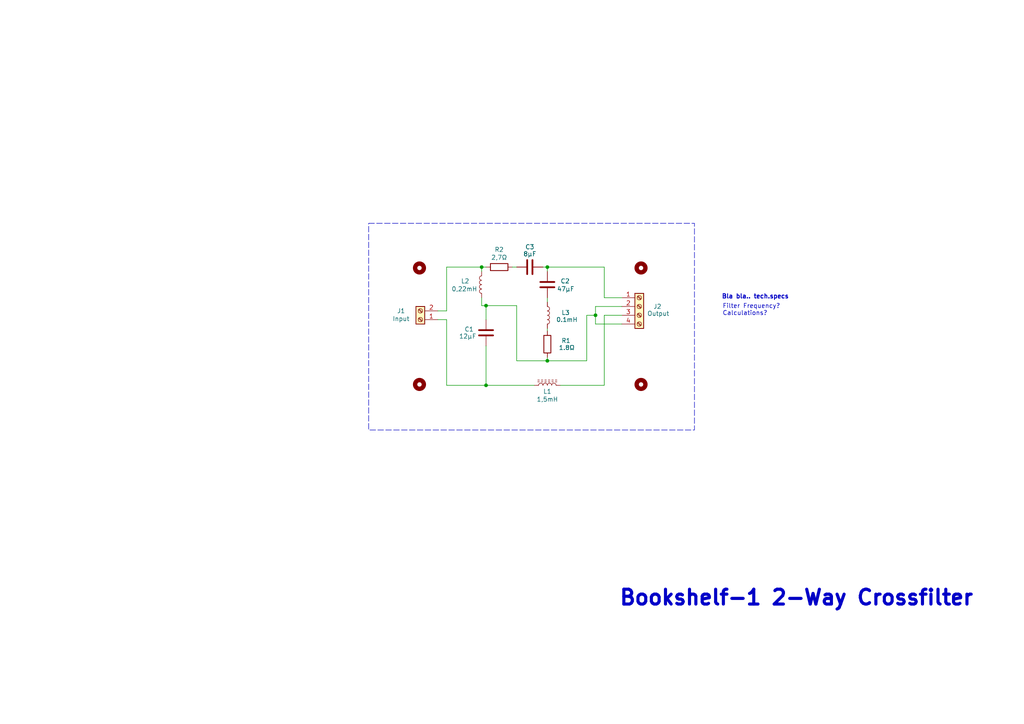
<source format=kicad_sch>
(kicad_sch (version 20230121) (generator eeschema)
  (paper "A4")
  (lib_symbols
    (symbol "Connector:Screw_Terminal_01x02" (pin_names (offset 1.016) hide)
      (property "Reference" "J" (at 0 2.54 0))
      (property "Value" "Screw_Terminal_01x02" (at 0 -5.08 0))
      (symbol "Screw_Terminal_01x02_1_1"
        (rectangle (start -1.27 1.27) (end 1.27 -3.81) (stroke (width 0.254)) (fill (type background)))
        (circle (center 0 -2.54) (radius 0.635) (stroke (width 0.1524)))
        (polyline (pts (xy -0.5334 -2.2098) (xy 0.3302 -3.048)) (stroke (width 0.1524)))
        (polyline (pts (xy -0.5334 0.3302) (xy 0.3302 -0.508)) (stroke (width 0.1524)))
        (polyline (pts (xy -0.3556 -2.032) (xy 0.508 -2.8702)) (stroke (width 0.1524)))
        (polyline (pts (xy -0.3556 0.508) (xy 0.508 -0.3302)) (stroke (width 0.1524)))
        (circle (center 0 0) (radius 0.635) (stroke (width 0.1524)))
        (pin passive line (at -5.08 0 0) (length 3.81) (name "Pin_1") (number "1"))
        (pin passive line (at -5.08 -2.54 0) (length 3.81) (name "Pin_2") (number "2"))
      )
    )
    (symbol "Connector:Screw_Terminal_01x04" (pin_names (offset 1.016) hide)
      (property "Reference" "J" (at 0 5.08 0))
      (property "Value" "Screw_Terminal_01x04" (at 0 -7.62 0))
      (symbol "Screw_Terminal_01x04_1_1"
        (rectangle (start -1.27 3.81) (end 1.27 -6.35) (stroke (width 0.254)) (fill (type background)))
        (circle (center 0 -5.08) (radius 0.635) (stroke (width 0.1524)))
        (circle (center 0 -2.54) (radius 0.635) (stroke (width 0.1524)))
        (polyline (pts (xy -0.5334 -4.7498) (xy 0.3302 -5.588)) (stroke (width 0.1524)))
        (polyline (pts (xy -0.5334 -2.2098) (xy 0.3302 -3.048)) (stroke (width 0.1524)))
        (polyline (pts (xy -0.5334 0.3302) (xy 0.3302 -0.508)) (stroke (width 0.1524)))
        (polyline (pts (xy -0.5334 2.8702) (xy 0.3302 2.032)) (stroke (width 0.1524)))
        (polyline (pts (xy -0.3556 -4.572) (xy 0.508 -5.4102)) (stroke (width 0.1524)))
        (polyline (pts (xy -0.3556 -2.032) (xy 0.508 -2.8702)) (stroke (width 0.1524)))
        (polyline (pts (xy -0.3556 0.508) (xy 0.508 -0.3302)) (stroke (width 0.1524)))
        (polyline (pts (xy -0.3556 3.048) (xy 0.508 2.2098)) (stroke (width 0.1524)))
        (circle (center 0 0) (radius 0.635) (stroke (width 0.1524)))
        (circle (center 0 2.54) (radius 0.635) (stroke (width 0.1524)))
        (pin passive line (at -5.08 2.54 0) (length 3.81) (name "Pin_1") (number "1"))
        (pin passive line (at -5.08 0 0) (length 3.81) (name "Pin_2") (number "2"))
        (pin passive line (at -5.08 -2.54 0) (length 3.81) (name "Pin_3") (number "3"))
        (pin passive line (at -5.08 -5.08 0) (length 3.81) (name "Pin_4") (number "4"))
      )
    )
    (symbol "Device:C" (pin_numbers hide) (pin_names (offset 0.254))
      (property "Reference" "C" (at 0.635 2.54 0))
      (property "Value" "C" (at 0.635 -2.54 0))
      (symbol "C_0_1"
        (polyline (pts (xy -2.032 -0.762) (xy 2.032 -0.762)) (stroke (width 0.508)))
        (polyline (pts (xy -2.032 0.762) (xy 2.032 0.762)) (stroke (width 0.508)))
      )
      (symbol "C_1_1"
        (pin passive line (at 0 3.81 270) (length 2.794) (name "~") (number "1"))
        (pin passive line (at 0 -3.81 90) (length 2.794) (name "~") (number "2"))
      )
    )
    (symbol "Device:L" (pin_numbers hide) (pin_names (offset 1.016) hide)
      (property "Reference" "L" (at -1.27 0 90))
      (property "Value" "L" (at 1.905 0 90))
      (symbol "L_0_1"
        (arc (start 0 -2.54) (mid 0.6323 -1.905) (end 0 -1.27))
        (arc (start 0 -1.27) (mid 0.6323 -0.635) (end 0 0))
        (arc (start 0 0) (mid 0.6323 0.635) (end 0 1.27))
        (arc (start 0 1.27) (mid 0.6323 1.905) (end 0 2.54))
      )
      (symbol "L_1_1"
        (pin passive line (at 0 3.81 270) (length 1.27) (name "1") (number "1"))
        (pin passive line (at 0 -3.81 90) (length 1.27) (name "2") (number "2"))
      )
    )
    (symbol "Device:L_Ferrite" (pin_numbers hide) (pin_names (offset 1.016) hide)
      (property "Reference" "L" (at -1.27 0 90))
      (property "Value" "L_Ferrite" (at 2.794 0 90))
      (symbol "L_Ferrite_0_1"
        (arc (start 0 -2.54) (mid 0.6323 -1.905) (end 0 -1.27))
        (arc (start 0 -1.27) (mid 0.6323 -0.635) (end 0 0))
        (polyline (pts (xy 1.016 -2.794) (xy 1.016 -2.286)))
        (polyline (pts (xy 1.016 -1.778) (xy 1.016 -1.27)))
        (polyline (pts (xy 1.016 -0.762) (xy 1.016 -0.254)))
        (polyline (pts (xy 1.016 0.254) (xy 1.016 0.762)))
        (polyline (pts (xy 1.016 1.27) (xy 1.016 1.778)))
        (polyline (pts (xy 1.016 2.286) (xy 1.016 2.794)))
        (polyline (pts (xy 1.524 -2.286) (xy 1.524 -2.794)))
        (polyline (pts (xy 1.524 -1.27) (xy 1.524 -1.778)))
        (polyline (pts (xy 1.524 -0.254) (xy 1.524 -0.762)))
        (polyline (pts (xy 1.524 0.762) (xy 1.524 0.254)))
        (polyline (pts (xy 1.524 1.778) (xy 1.524 1.27)))
        (polyline (pts (xy 1.524 2.794) (xy 1.524 2.286)))
        (arc (start 0 0) (mid 0.6323 0.635) (end 0 1.27))
        (arc (start 0 1.27) (mid 0.6323 1.905) (end 0 2.54))
      )
      (symbol "L_Ferrite_1_1"
        (pin passive line (at 0 3.81 270) (length 1.27) (name "1") (number "1"))
        (pin passive line (at 0 -3.81 90) (length 1.27) (name "2") (number "2"))
      )
    )
    (symbol "Device:R" (pin_numbers hide) (pin_names (offset 0))
      (property "Reference" "R" (at 2.032 0 90))
      (property "Value" "R" (at 0 0 90))
      (symbol "R_0_1"
        (rectangle (start -1.016 -2.54) (end 1.016 2.54) (stroke (width 0.254)))
      )
      (symbol "R_1_1"
        (pin passive line (at 0 3.81 270) (length 1.27) (name "~") (number "1"))
        (pin passive line (at 0 -3.81 90) (length 1.27) (name "~") (number "2"))
      )
    )
    (symbol "Mechanical:MountingHole" (pin_names (offset 1.016))
      (property "Reference" "H" (at 0 5.08 0))
      (property "Value" "MountingHole" (at 0 3.175 0))
      (symbol "MountingHole_0_1"
        (circle (center 0 0) (radius 1.27) (stroke (width 1.27)))
      )
    )
  )
  (junction (at 139.7 77.47))
  (junction (at 172.72 91.44))
  (junction (at 158.75 104.648))
  (junction (at 140.97 111.76))
  (junction (at 140.97 88.646))
  (junction (at 158.75 77.47))
  (wire (pts (xy 162.56 111.76) (xy 175.26 111.76)))
  (wire (pts (xy 172.72 88.9) (xy 180.34 88.9)))
  (wire (pts (xy 139.7 88.646) (xy 140.97 88.646)))
  (wire (pts (xy 129.54 90.17) (xy 129.54 77.47)))
  (wire (pts (xy 172.72 93.98) (xy 172.72 91.44)))
  (wire (pts (xy 158.75 77.47) (xy 158.75 78.74)))
  (wire (pts (xy 170.18 91.44) (xy 172.72 91.44)))
  (wire (pts (xy 129.54 111.76) (xy 140.97 111.76)))
  (wire (pts (xy 129.54 77.47) (xy 139.7 77.47)))
  (wire (pts (xy 140.97 88.646) (xy 140.97 92.71)))
  (wire (pts (xy 175.26 91.44) (xy 180.34 91.44)))
  (wire (pts (xy 149.86 88.646) (xy 149.86 104.648)))
  (wire (pts (xy 140.97 100.33) (xy 140.97 111.76)))
  (wire (pts (xy 129.54 92.71) (xy 127 92.71)))
  (wire (pts (xy 158.75 86.36) (xy 158.75 87.63)))
  (wire (pts (xy 175.26 91.44) (xy 175.26 111.76)))
  (wire (pts (xy 180.34 86.36) (xy 175.26 86.36)))
  (wire (pts (xy 139.7 77.47) (xy 139.7 78.74)))
  (wire (pts (xy 129.54 111.76) (xy 129.54 92.71)))
  (wire (pts (xy 158.75 77.47) (xy 175.26 77.47)))
  (wire (pts (xy 140.97 88.646) (xy 149.86 88.646)))
  (wire (pts (xy 172.72 93.98) (xy 180.34 93.98)))
  (wire (pts (xy 140.97 111.76) (xy 154.94 111.76)))
  (wire (pts (xy 175.26 86.36) (xy 175.26 77.47)))
  (wire (pts (xy 148.59 77.47) (xy 149.86 77.47)))
  (wire (pts (xy 149.86 104.648) (xy 158.75 104.648)))
  (wire (pts (xy 158.75 95.25) (xy 158.75 96.012)))
  (wire (pts (xy 157.48 77.47) (xy 158.75 77.47)))
  (wire (pts (xy 158.75 104.648) (xy 170.18 104.648)))
  (wire (pts (xy 158.75 103.632) (xy 158.75 104.648)))
  (wire (pts (xy 127 90.17) (xy 129.54 90.17)))
  (wire (pts (xy 172.72 91.44) (xy 172.72 88.9)))
  (wire (pts (xy 139.7 86.36) (xy 139.7 88.646)))
  (wire (pts (xy 139.7 77.47) (xy 140.97 77.47)))
  (wire (pts (xy 170.18 91.44) (xy 170.18 104.648)))
  (rectangle (start 106.934 64.77) (end 201.422 124.714) (stroke (width 0) (type dash)))
  (text "Filter Frequency?\nCalculations?" (at 209.55 91.694 0) (effects (font (size 1.27 1.27)) (justify left bottom)))
  (text "Bookshelf-1 2-Way Crossfilter" (at 179.324 176.022 0) (effects (font (size 4.3 4.3) (thickness 0.9) bold) (justify left bottom)))
  (text "Bla bla.. tech.specs" (at 209.296 86.868 0) (effects (font (size 1.27 1.27) bold) (justify left bottom)))
  (symbol (lib_id "Mechanical:MountingHole") (at 121.666 77.724 0) (unit 1)
    (property "Reference" "H3" (effects hide))
    (property "Value" "MountingHole" (effects hide))
    (property "Footprint" "MountingHole:MountingHole_4.3mm_M4_DIN965_Pad" (effects hide))
  )
  (symbol (lib_id "Connector:Screw_Terminal_01x04") (at 185.42 88.9 0) (unit 1)
    (property "Reference" "J2" (at 189.484 88.9 0) (effects (justify left)))
    (property "Value" "Output" (at 187.706 90.932 0) (effects (justify left)))
    (property "Footprint" "Connector_Wire:SolderWire-0.5sqmm_1x04_P4.6mm_D0.9mm_OD2.1mm" (effects hide))
  )
  (symbol (lib_id "Mechanical:MountingHole") (at 121.666 111.506 0) (unit 1)
    (property "Reference" "H1" (effects hide))
    (property "Value" "MountingHole" (effects hide))
    (property "Footprint" "MountingHole:MountingHole_4.3mm_M4_DIN965_Pad" (effects hide))
  )
  (symbol (lib_id "Device:C") (at 140.97 96.52 0) (mirror y) (unit 1)
    (property "Reference" "C1" (at 137.414 95.504 0) (effects (justify left)))
    (property "Value" "12µF" (at 138.176 97.536 0) (effects (justify left)))
    (property "Footprint" "Capacitor_THT:CP_Axial_L42.5mm_D20.0mm_P49.00mm_Horizontal" (effects hide))
  )
  (symbol (lib_id "Device:R") (at 144.78 77.47 90) (unit 1)
    (property "Reference" "R2" (at 144.78 72.39 90))
    (property "Value" "2,7Ω" (at 144.78 74.676 90))
    (property "Footprint" "Resistor_THT:R_Axial_Power_L48.0mm_W12.5mm_P60.96mm" (effects hide))
  )
  (symbol (lib_id "Connector:Screw_Terminal_01x02") (at 121.92 92.71 180) (unit 1)
    (property "Reference" "J1" (at 116.332 90.17 0))
    (property "Value" "Input" (at 116.332 92.456 0))
    (property "Footprint" "Connector_Wire:SolderWire-0.5sqmm_1x02_P4.6mm_D0.9mm_OD2.1mm" (effects hide))
  )
  (symbol (lib_id "Device:L") (at 158.75 91.44 0) (unit 1)
    (property "Reference" "L3" (at 162.814 90.678 0) (effects (justify left)))
    (property "Value" "0.1mH" (at 161.29 92.71 0) (effects (justify left)))
    (property "Footprint" "Inductor_THT:L_Radial_D50.8mm_P33.27mm_Vishay_IHB-6" (effects hide))
  )
  (symbol (lib_id "Device:C") (at 153.67 77.47 90) (unit 1)
    (property "Reference" "C3" (at 153.67 71.628 90))
    (property "Value" "8µF" (at 153.67 73.66 90))
    (property "Footprint" "Capacitor_THT:CP_Axial_L42.5mm_D20.0mm_P49.00mm_Horizontal" (effects hide))
  )
  (symbol (lib_id "Device:C") (at 158.75 82.55 0) (unit 1)
    (property "Reference" "C2" (at 162.56 81.534 0) (effects (justify left)))
    (property "Value" "47µF" (at 161.544 83.82 0) (effects (justify left)))
    (property "Footprint" "Capacitor_THT:CP_Axial_L26.5mm_D20.0mm_P33.00mm_Horizontal" (effects hide))
  )
  (symbol (lib_id "Mechanical:MountingHole") (at 185.928 77.724 0) (unit 1)
    (property "Reference" "H2" (effects hide))
    (property "Value" "MountingHole" (effects hide))
    (property "Footprint" "MountingHole:MountingHole_4.3mm_M4_DIN965_Pad" (effects hide))
  )
  (symbol (lib_id "Device:L") (at 139.7 82.55 0) (mirror y) (unit 1)
    (property "Reference" "L2" (at 136.144 81.534 0) (effects (justify left)))
    (property "Value" "0,22mH" (at 138.43 83.82 0) (effects (justify left)))
    (property "Footprint" "Inductor_THT:L_Radial_D40.6mm_P26.16mm_Vishay_IHB-5" (effects hide))
  )
  (symbol (lib_id "Mechanical:MountingHole") (at 185.928 111.506 0) (unit 1)
    (property "Reference" "H4" (effects hide))
    (property "Value" "MountingHole" (effects hide))
    (property "Footprint" "MountingHole:MountingHole_4.3mm_M4_DIN965_Pad" (effects hide))
  )
  (symbol (lib_id "Device:L_Ferrite") (at 158.75 111.76 90) (unit 1)
    (property "Reference" "L1" (at 158.75 113.538 90))
    (property "Value" "1,5mH" (at 158.75 115.824 90))
    (property "Footprint" "Inductor_THT:L_Radial_D24.4mm_P23.90mm_Murata_1400series" (effects hide))
  )
  (symbol (lib_id "Device:R") (at 158.75 99.822 0) (unit 1)
    (property "Reference" "R1" (at 162.814 98.806 0) (effects (justify left)))
    (property "Value" "1.8Ω" (at 162.052 100.838 0) (effects (justify left)))
    (property "Footprint" "Resistor_THT:R_Axial_Power_L48.0mm_W12.5mm_P60.96mm" (effects hide))
  )
)
</source>
